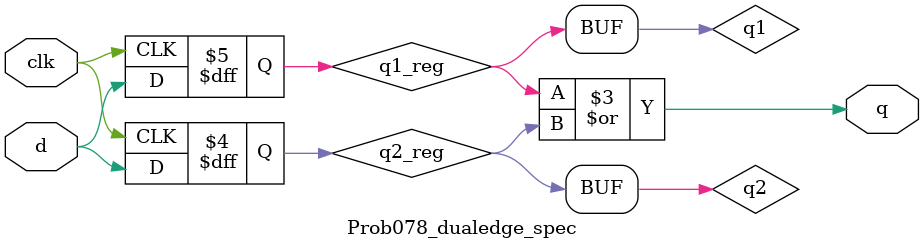
<source format=v>
module Prob078_dualedge_spec(input [0:0] clk, input [0:0] d, output [0:0] q);
  wire q1, q2;

  // Positive edge triggered D flip-flop
  reg q1_reg;
  always @(posedge clk) begin
    q1_reg <= d;
  end
  assign q1 = q1_reg;

  // Negative edge triggered D flip-flop
  reg q2_reg;
  always @(negedge clk) begin
    q2_reg <= d;
  end
  assign q2 = q2_reg;

  // Combinational logic OR gate to mimic dual-edge behavior
  assign q = q1 | q2;
endmodule

</source>
